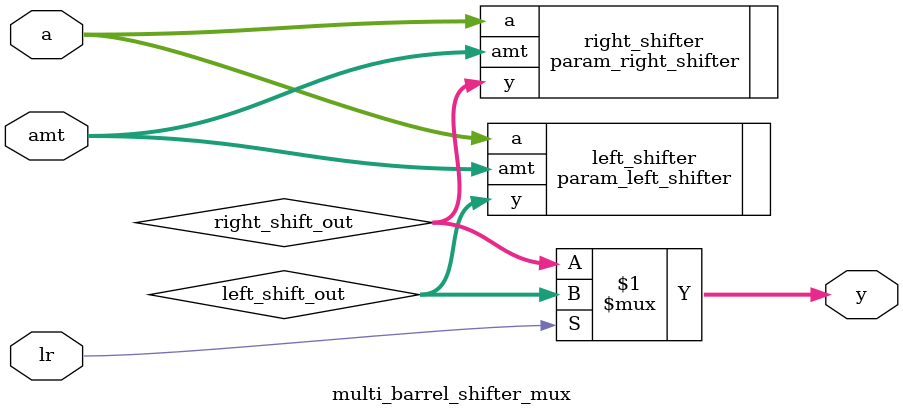
<source format=sv>
`timescale 1ns / 1ps


module multi_barrel_shifter_mux
    #(parameter N = 8)
    (
    input [N - 1:0] a,
    input [$clog2(N) - 1:0] amt,
    input lr,
    output [N - 1:0] y
    );
    
    logic [N - 1:0] right_shift_out, left_shift_out;
    
    // right barrel shifter
    param_right_shifter #(.N(N)) right_shifter(
        .a(a),
        .amt(amt),
        .y(right_shift_out)
    );
    
    // left barrel shifter
    param_left_shifter #(.N(N)) left_shifter(
        .a(a),
        .amt(amt),
        .y(left_shift_out)
    );
    
    // mux: lr = 1, left_shift_out      lr = 0, right_shift_out
    assign y = lr ? left_shift_out : right_shift_out;
    
endmodule

</source>
